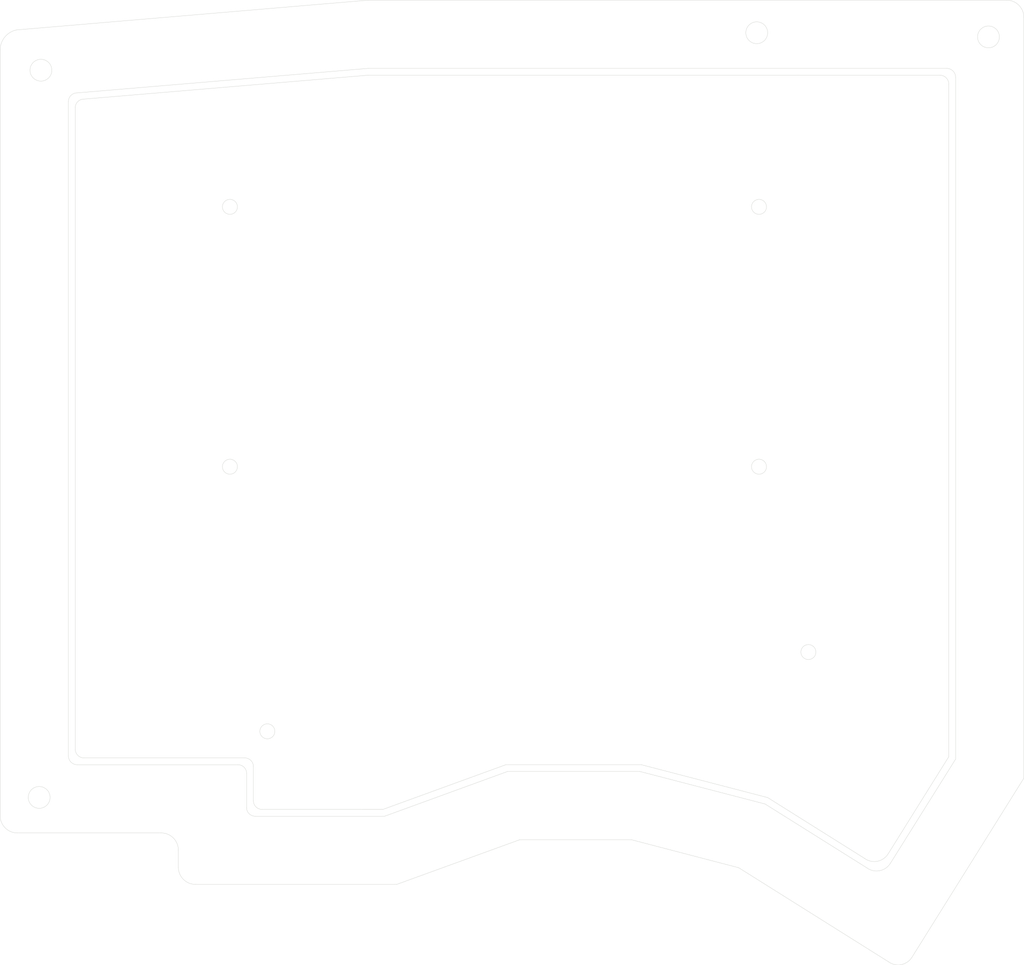
<source format=kicad_pcb>
(kicad_pcb (version 20211014) (generator pcbnew)

  (general
    (thickness 1.6)
  )

  (paper "A4")
  (layers
    (0 "F.Cu" signal)
    (31 "B.Cu" signal)
    (32 "B.Adhes" user "B.Adhesive")
    (33 "F.Adhes" user "F.Adhesive")
    (34 "B.Paste" user)
    (35 "F.Paste" user)
    (36 "B.SilkS" user "B.Silkscreen")
    (37 "F.SilkS" user "F.Silkscreen")
    (38 "B.Mask" user)
    (39 "F.Mask" user)
    (40 "Dwgs.User" user "User.Drawings")
    (41 "Cmts.User" user "User.Comments")
    (42 "Eco1.User" user "User.Eco1")
    (43 "Eco2.User" user "User.Eco2")
    (44 "Edge.Cuts" user)
    (45 "Margin" user)
    (46 "B.CrtYd" user "B.Courtyard")
    (47 "F.CrtYd" user "F.Courtyard")
    (48 "B.Fab" user)
    (49 "F.Fab" user)
  )

  (setup
    (stackup
      (layer "F.SilkS" (type "Top Silk Screen"))
      (layer "F.Paste" (type "Top Solder Paste"))
      (layer "F.Mask" (type "Top Solder Mask") (color "Green") (thickness 0.01))
      (layer "F.Cu" (type "copper") (thickness 0.035))
      (layer "dielectric 1" (type "core") (thickness 1.51) (material "FR4") (epsilon_r 4.5) (loss_tangent 0.02))
      (layer "B.Cu" (type "copper") (thickness 0.035))
      (layer "B.Mask" (type "Bottom Solder Mask") (color "Green") (thickness 0.01))
      (layer "B.Paste" (type "Bottom Solder Paste"))
      (layer "B.SilkS" (type "Bottom Silk Screen"))
      (copper_finish "None")
      (dielectric_constraints no)
    )
    (pad_to_mask_clearance 0)
    (pcbplotparams
      (layerselection 0x00010f0_ffffffff)
      (disableapertmacros false)
      (usegerberextensions true)
      (usegerberattributes true)
      (usegerberadvancedattributes true)
      (creategerberjobfile false)
      (svguseinch false)
      (svgprecision 6)
      (excludeedgelayer true)
      (plotframeref false)
      (viasonmask false)
      (mode 1)
      (useauxorigin false)
      (hpglpennumber 1)
      (hpglpenspeed 20)
      (hpglpendiameter 15.000000)
      (dxfpolygonmode true)
      (dxfimperialunits true)
      (dxfusepcbnewfont true)
      (psnegative false)
      (psa4output false)
      (plotreference true)
      (plotvalue true)
      (plotinvisibletext false)
      (sketchpadsonfab false)
      (subtractmaskfromsilk true)
      (outputformat 1)
      (mirror false)
      (drillshape 0)
      (scaleselection 1)
      (outputdirectory "/home/tim/Documents/kicad/knuckle-pad/gerbers/")
    )
  )

  (net 0 "")

  (gr_line (start 108.6612 141.431974) (end 126.3904 141.4272) (layer "Edge.Cuts") (width 0.05) (tstamp 00000000-0000-0000-0000-0000611fb80d))
  (gr_line (start 82.5754 133.8834) (end 106.1212 133.8834) (layer "Edge.Cuts") (width 0.05) (tstamp 00000000-0000-0000-0000-0000611fc736))
  (gr_arc (start 208.026002 33.781998) (mid 208.939809 34.192074) (end 209.296 35.1282) (layer "Edge.Cuts") (width 0.05) (tstamp 00000000-0000-0000-0000-0000611fcd3c))
  (gr_line (start 81.28 132.6134) (end 81.28 38.5572) (layer "Edge.Cuts") (width 0.05) (tstamp 00000000-0000-0000-0000-0000611fcd48))
  (gr_line (start 209.296 35.1282) (end 209.296 133.7056) (layer "Edge.Cuts") (width 0.05) (tstamp 00000000-0000-0000-0000-0000611fcd4c))
  (gr_arc (start 81.28 38.5572) (mid 81.651974 37.659174) (end 82.55 37.2872) (layer "Edge.Cuts") (width 0.05) (tstamp 00000000-0000-0000-0000-000061256f6e))
  (gr_line (start 146.431 145.874) (end 162.7632 145.874) (layer "Edge.Cuts") (width 0.05) (tstamp 07b0a602-b2e7-428b-9349-031e596baf53))
  (gr_line (start 126.3904 141.4272) (end 144.399 134.874) (layer "Edge.Cuts") (width 0.05) (tstamp 0b2a0f5b-35e6-4030-b11f-7d5195f62748))
  (gr_line (start 96.3912 147.398529) (end 96.3912 149.908471) (layer "Edge.Cuts") (width 0.05) (tstamp 0caf8b06-7e76-4adb-a012-2fa79e6b839b))
  (gr_line (start 80.28 133.604255) (end 80.28 37.648512) (layer "Edge.Cuts") (width 0.05) (tstamp 11229ce2-115b-498d-a43b-18865ba3d52a))
  (gr_line (start 182.753 139.7) (end 196.981221 148.634894) (layer "Edge.Cuts") (width 0.05) (tstamp 224af8d6-61bb-4c89-89ab-ff6ea8befb40))
  (gr_line (start 124.2 33.782) (end 82.55 37.2872) (layer "Edge.Cuts") (width 0.05) (tstamp 27d98799-9e7e-437c-8ae8-6da039a1dee0))
  (gr_line (start 162.7632 145.874) (end 178.5112 149.987) (layer "Edge.Cuts") (width 0.05) (tstamp 2a5f8743-c410-4bbd-9723-fef159387e26))
  (gr_line (start 210.296 34.136126) (end 210.296 134.0612) (layer "Edge.Cuts") (width 0.05) (tstamp 32cfad1d-fa24-41a9-bf78-53739d23d782))
  (gr_arc (start 107.654226 142.431974) (mid 106.758798 142.060995) (end 106.3912 141.164174) (layer "Edge.Cuts") (width 0.05) (tstamp 3890ad67-a268-4ed5-a390-ac2793d1fe5f))
  (gr_arc (start 200.406 147.955) (mid 198.840599 149.035363) (end 196.981221 148.634894) (layer "Edge.Cuts") (width 0.05) (tstamp 39121e8e-a353-48ab-a050-3f21fc1534c2))
  (gr_arc (start 98.909929 152.426235) (mid 97.129458 151.688659) (end 96.3912 149.908471) (layer "Edge.Cuts") (width 0.05) (tstamp 3b5a9be3-3b57-4962-a591-096acf2d63a6))
  (gr_line (start 124.2 32.782) (end 81.534001 36.378512) (layer "Edge.Cuts") (width 0.05) (tstamp 3d9a96b4-b72d-4205-90fd-f33944a96bab))
  (gr_arc (start 200.7362 149.338437) (mid 199.170799 150.4188) (end 197.311421 150.018331) (layer "Edge.Cuts") (width 0.05) (tstamp 4018c856-19bd-460f-ab49-91f3f727b4dd))
  (gr_line (start 164.211 134.874) (end 182.753 139.7) (layer "Edge.Cuts") (width 0.05) (tstamp 42c9a479-6e69-4feb-b164-a00a44e9f024))
  (gr_circle (center 181.1528 27.5592) (end 182.7528 27.5592) (layer "Edge.Cuts") (width 0.05) (fill none) (tstamp 548beb4b-eb4c-4547-b313-66a6318dbb6c))
  (gr_line (start 182.372 140.6398) (end 197.311421 150.018331) (layer "Edge.Cuts") (width 0.05) (tstamp 55fb4ea5-c196-4961-a8c7-f945aeb56d45))
  (gr_arc (start 93.876071 144.8834) (mid 95.654537 145.620063) (end 96.3912 147.398529) (layer "Edge.Cuts") (width 0.05) (tstamp 58368b00-9ee6-4ec4-8059-6aa61b71a628))
  (gr_arc (start 72.797764 144.8834) (mid 71.017435 144.145965) (end 70.28 142.365636) (layer "Edge.Cuts") (width 0.05) (tstamp 58e105f2-0a93-4180-973e-45f5c48d2db1))
  (gr_line (start 70.28 142.365636) (end 70.28 30.1404) (layer "Edge.Cuts") (width 0.05) (tstamp 5936baac-db27-4080-bcdc-a4d860249513))
  (gr_arc (start 105.1306 134.8834) (mid 106.025308 135.255949) (end 106.3912 136.1534) (layer "Edge.Cuts") (width 0.05) (tstamp 5c02b070-eabe-4e08-9976-c32e7a549f89))
  (gr_line (start 187.198 33.782) (end 208.026 33.782) (layer "Edge.Cuts") (width 0.05) (tstamp 5d730226-b903-454a-9dd0-ad7e3fd3b627))
  (gr_line (start 124.2 33.782) (end 187.198 33.782) (layer "Edge.Cuts") (width 0.05) (tstamp 61cefde3-7e68-4f0f-9d26-985fd2b46119))
  (gr_circle (center 76.25 33.05) (end 77.85 33.05) (layer "Edge.Cuts") (width 0.05) (fill none) (tstamp 65e74b1a-1d98-43f5-80cd-695c73bab594))
  (gr_arc (start 106.1212 133.8834) (mid 107.019226 134.255374) (end 107.3912 135.1534) (layer "Edge.Cuts") (width 0.05) (tstamp 6d439ffc-a3d2-465e-83f6-14d3a31750e2))
  (gr_line (start 124.2 32.782) (end 209.030002 32.782) (layer "Edge.Cuts") (width 0.05) (tstamp 7230c5e8-7a9d-4343-a911-d898f8dcada9))
  (gr_arc (start 217.7796 22.782) (mid 219.558964 23.519036) (end 220.296 25.2984) (layer "Edge.Cuts") (width 0.05) (tstamp 78586fd3-2505-4297-8409-3b90002c6fbe))
  (gr_circle (center 103.9495 91.186) (end 105.0495 91.186) (layer "Edge.Cuts") (width 0.05) (fill none) (tstamp 78a8d1a9-b363-442c-90b8-149e9758f3af))
  (gr_circle (center 109.4359 129.9845) (end 110.5359 129.9845) (layer "Edge.Cuts") (width 0.05) (fill none) (tstamp 79a8902a-97e5-4aef-8bb2-043a2d630bdf))
  (gr_line (start 200.406 147.955) (end 209.296 133.7056) (layer "Edge.Cuts") (width 0.05) (tstamp 7cd92d92-e076-484c-aa68-0def9db3d57b))
  (gr_line (start 124.2 22.782) (end 72.691829 27.141988) (layer "Edge.Cuts") (width 0.05) (tstamp 7d1b85a6-ac09-44dc-a555-dfd490da8cfa))
  (gr_line (start 106.3912 136.1534) (end 106.3912 141.164174) (layer "Edge.Cuts") (width 0.05) (tstamp 8e3a0414-77b7-4556-8437-9e12000994d7))
  (gr_arc (start 80.28 37.648512) (mid 80.643975 36.7538) (end 81.534001 36.378512) (layer "Edge.Cuts") (width 0.05) (tstamp 905c5251-d1cd-4615-a2b0-948fe424dd94))
  (gr_line (start 124.2 22.782) (end 217.7796 22.782) (layer "Edge.Cuts") (width 0.05) (tstamp 931b3853-779f-4027-ae44-d0a40c679756))
  (gr_circle (center 188.722 118.364) (end 189.822 118.364) (layer "Edge.Cuts") (width 0.05) (fill none) (tstamp 941cee7f-5279-4460-9fac-59db6603ef43))
  (gr_line (start 107.3912 135.1534) (end 107.3912 140.161974) (layer "Edge.Cuts") (width 0.05) (tstamp 972ce634-27b7-426f-b10d-a037738d207e))
  (gr_arc (start 209.030002 32.782) (mid 209.942908 33.197372) (end 210.296 34.136126) (layer "Edge.Cuts") (width 0.05) (tstamp 9746eca3-a3cf-403b-8540-c0e3068e6286))
  (gr_line (start 164.0332 135.874) (end 182.372 140.6398) (layer "Edge.Cuts") (width 0.05) (tstamp 9842c1d7-2f2b-480d-b503-5515b8fe5047))
  (gr_circle (center 181.483 91.186) (end 182.583 91.186) (layer "Edge.Cuts") (width 0.05) (fill none) (tstamp 99a320d0-f6cf-45f0-96d9-dd7d93223145))
  (gr_line (start 200.7362 149.338437) (end 210.296 134.0612) (layer "Edge.Cuts") (width 0.05) (tstamp a1708a95-4f47-4b5f-af23-227b3afb24a5))
  (gr_line (start 98.909929 152.431974) (end 128.3843 152.431974) (layer "Edge.Cuts") (width 0.05) (tstamp a67d481f-dfe5-410b-a5a9-dc925750f7b8))
  (gr_line (start 178.5112 149.987) (end 200.477022 163.785131) (layer "Edge.Cuts") (width 0.05) (tstamp af89ab8c-e4b7-4150-baf6-ea3b14819e25))
  (gr_line (start 203.901801 163.105237) (end 220.296 136.8552) (layer "Edge.Cuts") (width 0.05) (tstamp b4b4b4e9-c158-41b3-be2a-7eb74806b392))
  (gr_line (start 220.296 25.2984) (end 220.296 136.8552) (layer "Edge.Cuts") (width 0.05) (tstamp ba497265-fe5f-436e-9ca1-9f7ba3e59172))
  (gr_circle (center 181.483 53.086) (end 182.583 53.086) (layer "Edge.Cuts") (width 0.05) (fill none) (tstamp baafa5c4-b6e6-45df-a39a-bf957b81f94d))
  (gr_circle (center 215.1126 28.1686) (end 216.7126 28.1686) (layer "Edge.Cuts") (width 0.05) (fill none) (tstamp bbd3b832-80e0-4573-a3fc-64bb841cb800))
  (gr_line (start 128.3843 152.431974) (end 146.431 145.874) (layer "Edge.Cuts") (width 0.05) (tstamp c5418ed4-0ec9-463a-ac1d-4053b42c5df9))
  (gr_line (start 72.797764 144.8834) (end 93.876071 144.8834) (layer "Edge.Cuts") (width 0.05) (tstamp c639d656-83aa-4f6d-bbd1-c57e6c75e6a9))
  (gr_circle (center 103.9495 53.086) (end 105.0495 53.086) (layer "Edge.Cuts") (width 0.05) (fill none) (tstamp c70ed31d-97c8-4420-9ed0-46a1f7cbdf53))
  (gr_line (start 81.584799 134.8834) (end 105.1306 134.8834) (layer "Edge.Cuts") (width 0.05) (tstamp c7f18955-53a1-4f2e-bf24-41743e3ec92d))
  (gr_line (start 107.654226 142.431974) (end 126.619 142.431974) (layer "Edge.Cuts") (width 0.05) (tstamp cda435cf-f68c-4d04-8d20-4b77a39c2e0c))
  (gr_line (start 144.399 134.874) (end 164.211 134.874) (layer "Edge.Cuts") (width 0.05) (tstamp ce5bb60f-8935-4b8d-886e-f7e211dc5eef))
  (gr_arc (start 70.28 30.1404) (mid 70.943993 28.205289) (end 72.691829 27.141988) (layer "Edge.Cuts") (width 0.05) (tstamp d3971f41-ebf1-4a9c-84fe-edc51a0d3f10))
  (gr_arc (start 108.6612 141.431974) (mid 107.763174 141.06) (end 107.3912 140.161974) (layer "Edge.Cuts") (width 0.05) (tstamp dadf2558-9530-4d26-87f3-214caec2396f))
  (gr_arc (start 81.584799 134.8834) (mid 80.672938 134.514971) (end 80.28 133.6134) (layer "Edge.Cuts") (width 0.05) (tstamp e5722b6b-3678-4117-bc13-cb1519855946))
  (gr_circle (center 75.9968 139.6748) (end 77.5968 139.6748) (layer "Edge.Cuts") (width 0.05) (fill none) (tstamp f4bd90cf-b75f-4d4a-b170-dacfd275f7e2))
  (gr_line (start 126.619 142.431974) (end 144.6276 135.874) (layer "Edge.Cuts") (width 0.05) (tstamp f5599047-321b-44f7-bc91-4185a1c54037))
  (gr_line (start 144.6276 135.874) (end 164.0332 135.874) (layer "Edge.Cuts") (width 0.05) (tstamp fa4be21b-7564-415c-84b5-b84fef3f01b2))
  (gr_arc (start 82.5754 133.8834) (mid 81.66835 133.512937) (end 81.28 132.6134) (layer "Edge.Cuts") (width 0.05) (tstamp fa4e041e-7050-489c-aa9d-94a5296e168a))
  (gr_arc (start 203.901801 163.105237) (mid 202.3364 164.1856) (end 200.477022 163.785131) (layer "Edge.Cuts") (width 0.05) (tstamp fba0b05a-1ec0-4570-bd6d-7621aa4da9c4))

)

</source>
